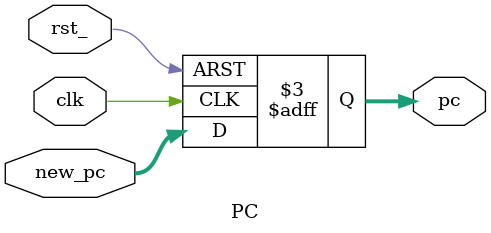
<source format=v>
module PC(
	input wire [7:0] new_pc,  //目标地址，可能是跳转地址或者是下一条指令的地址
	output reg [7:0] pc, //指令地址，输出信号
	input wire clk,  //时钟周期
	input wire rst_  //低电位有效
);
	always @(posedge clk or negedge rst_) begin //异步复位
		if(rst_==1'b0) begin //初始化赋值0，防止随机值
			pc<=0;
		end
	 	else begin //返回指令地址
			pc<=new_pc;
		end
	end
		
endmodule

</source>
